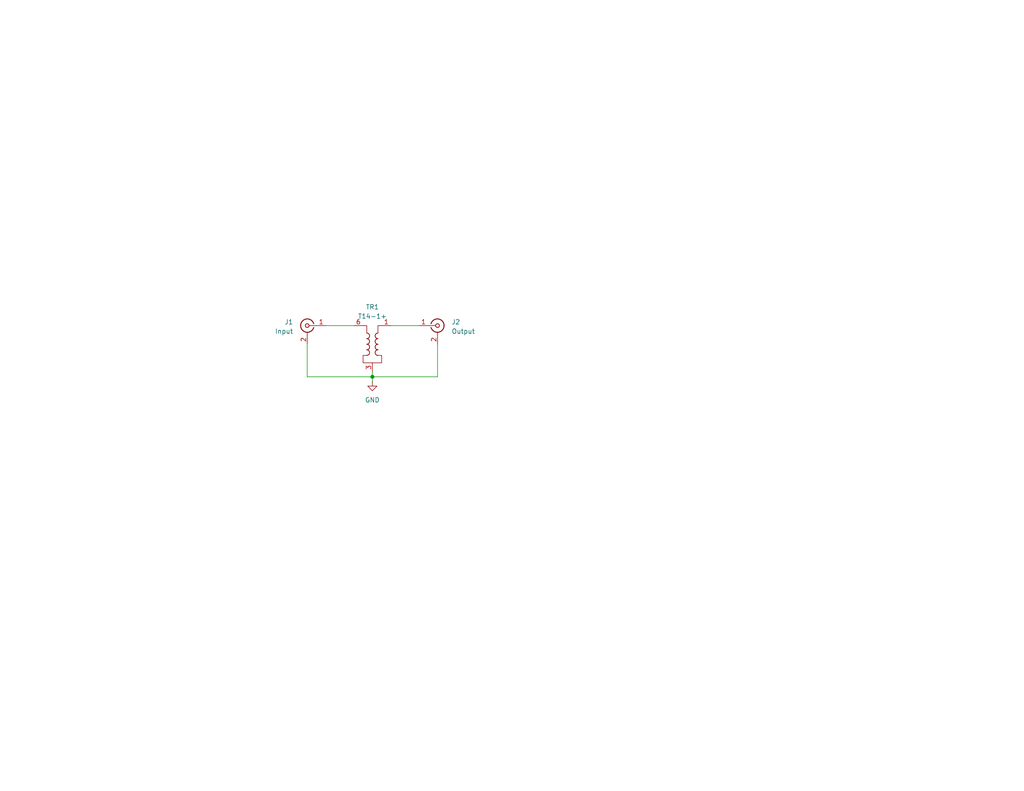
<source format=kicad_sch>
(kicad_sch (version 20250114) (generator "eeschema") (generator_version "9.0")
  (paper "A")
  (lib_symbols
    (symbol "Connector:Conn_Coaxial" (pin_names (offset 1.016) (hide yes))
      (property "Reference" "J" (at 0.254 3.048 0))
      (property "Value" "Conn_Coaxial" (at 2.921 0 90))
      (symbol "Conn_Coaxial_0_1"
        (polyline (pts (xy -2.54 0) (xy -0.508 0)))
        (arc (start 1.778 0) (mid 0.222 -1.8079) (end -1.778 -0.508) (stroke (width 0.254)))
        (arc (start -1.778 0.508) (mid 0.2221 1.8084) (end 1.778 0) (stroke (width 0.254)))
        (circle (center 0 0) (radius 0.508) (stroke (width 0.2032)))
        (polyline (pts (xy 0 -2.54) (xy 0 -1.778)))
      )
      (symbol "Conn_Coaxial_1_1"
        (pin passive line (at -5.08 0 0) (length 2.54) (name "In") (number "1"))
        (pin passive line (at 0 -5.08 90) (length 2.54) (name "Ext") (number "2"))
      )
    )
    (symbol "Transformer:ADT1.5-17" (pin_names (hide yes))
      (property "Reference" "TR" (at 0 6.35 0))
      (property "Value" "ADT1.5-17" (at 0 8.89 0))
      (symbol "ADT1.5-17_0_1"
        (polyline (pts (xy -2.54 5.08) (xy -1.524 5.08) (xy -1.524 3.048)) (stroke (width 0.1524)))
        (arc (start -1.524 3.048) (mid -0.7653 2.286) (end -1.524 1.524) (stroke (width 0.2032)))
        (arc (start -1.524 1.524) (mid -0.7653 0.762) (end -1.524 0) (stroke (width 0.2032)))
        (arc (start -1.524 0) (mid -0.7653 -0.762) (end -1.524 -1.524) (stroke (width 0.2032)))
        (arc (start -1.524 -1.524) (mid -0.7653 -2.286) (end -1.524 -3.048) (stroke (width 0.2032)))
        (polyline (pts (xy -1.524 -3.048) (xy -2.54 -3.048) (xy -2.54 -5.08) (xy 2.54 -5.08) (xy 2.54 -3.048) (xy 1.524 -3.048)))
        (polyline (pts (xy 1.524 3.048) (xy 1.524 5.08) (xy 2.54 5.08)) (stroke (width 0.1524)))
        (arc (start 1.524 1.524) (mid 0.7653 2.286) (end 1.524 3.048) (stroke (width 0.2032)))
        (arc (start 1.524 0) (mid 0.7653 0.762) (end 1.524 1.524) (stroke (width 0.2032)))
        (arc (start 1.524 -1.524) (mid 0.7653 -0.762) (end 1.524 0) (stroke (width 0.2032)))
        (arc (start 1.524 -3.048) (mid 0.7653 -2.286) (end 1.524 -1.524) (stroke (width 0.2032)))
      )
      (symbol "ADT1.5-17_1_1"
        (pin passive line (at -5.08 5.08 0) (length 2.54) (name "~") (number "1"))
        (pin passive line (at 0 -7.62 90) (length 2.54) (name "~") (number "3"))
        (pin passive line (at 5.08 5.08 180) (length 2.54) (name "~") (number "6"))
      )
    )
    (symbol "power:GND" (power) (pin_numbers (hide yes)) (pin_names (offset 0) (hide yes))
      (property "Value" "GND" (at 0 -3.81 0))
      (symbol "GND_0_1"
        (polyline (pts (xy 0 0) (xy 0 -1.27) (xy 1.27 -1.27) (xy 0 -2.54) (xy -1.27 -1.27) (xy 0 -1.27)))
      )
      (symbol "GND_1_1"
        (pin power_in line (at 0 0 270) (length 0) (name "~") (number "1"))
      )
    )
  )
  (junction (at 101.6 102.87))
  (wire (pts (xy 88.9 88.9) (xy 96.52 88.9)))
  (wire (pts (xy 101.6 102.87) (xy 101.6 104.14)))
  (wire (pts (xy 83.82 102.87) (xy 101.6 102.87)))
  (wire (pts (xy 106.68 88.9) (xy 114.3 88.9)))
  (wire (pts (xy 101.6 102.87) (xy 101.6 101.6)))
  (wire (pts (xy 119.38 102.87) (xy 119.38 93.98)))
  (wire (pts (xy 101.6 102.87) (xy 119.38 102.87)))
  (wire (pts (xy 83.82 102.87) (xy 83.82 93.98)))
  (symbol (lib_id "Connector:Conn_Coaxial") (at 119.38 88.9 0) (unit 1)
    (property "Reference" "J2" (at 123.19 87.9231 0) (effects (justify left)))
    (property "Value" "Output" (at 123.19 90.4631 0) (effects (justify left)))
    (property "Footprint" "Connector_Coaxial:SMA_Amphenol_901-143_Horizontal" (effects (hide yes)))
    (property "Description" "coaxial connector (BNC, SMA, SMB, SMC, Cinch/RCA, LEMO, ...)" (effects (hide yes)))
  )
  (symbol (lib_id "Connector:Conn_Coaxial") (at 83.82 88.9 0) (mirror y) (unit 1)
    (property "Reference" "J1" (at 80.01 87.9231 0) (effects (justify left)))
    (property "Value" "Input" (at 80.01 90.4631 0) (effects (justify left)))
    (property "Footprint" "Connector_Coaxial:SMA_Amphenol_901-143_Horizontal" (effects (hide yes)))
    (property "Description" "coaxial connector (BNC, SMA, SMB, SMC, Cinch/RCA, LEMO, ...)" (effects (hide yes)))
  )
  (symbol (lib_id "Transformer:ADT1.5-17") (at 101.6 93.98 0) (mirror y) (unit 1)
    (property "Reference" "TR1" (at 101.6 83.82 0))
    (property "Value" "T14-1+" (at 101.6 86.36 0))
    (property "Footprint" "RF_Mini-Circuits:Mini-Circuits_W38" (effects (hide yes)))
    (property "Datasheet" "https://www.minicircuits.com/pdfs/T14-1+.pdf" (effects (hide yes)))
    (property "Description" "1:14 CORE & WIRE Transformer, 0.2 - 150 MHz, 50Ω" (effects (hide yes)))
  )
  (symbol (lib_id "power:GND") (at 101.6 104.14 0) (unit 1)
    (property "Reference" "#PWR01" (effects (hide yes)))
    (property "Value" "GND" (at 101.6 109.22 0))
    (property "Description" "Power symbol creates a global label with name \"GND\" , ground" (effects (hide yes)))
  )
)
</source>
